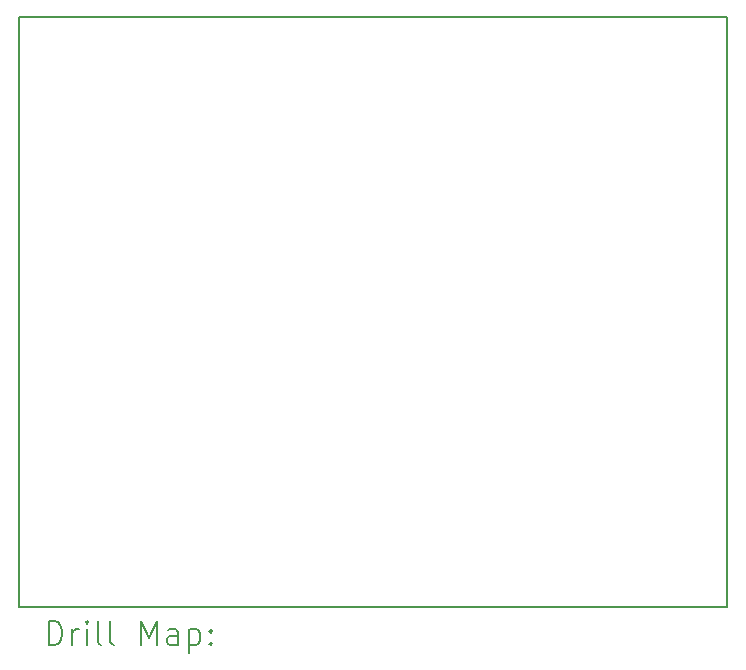
<source format=gbr>
%TF.GenerationSoftware,KiCad,Pcbnew,8.0.6*%
%TF.CreationDate,2025-01-14T12:11:02-05:00*%
%TF.ProjectId,usb_lin,7573625f-6c69-46e2-9e6b-696361645f70,rev?*%
%TF.SameCoordinates,Original*%
%TF.FileFunction,Drillmap*%
%TF.FilePolarity,Positive*%
%FSLAX45Y45*%
G04 Gerber Fmt 4.5, Leading zero omitted, Abs format (unit mm)*
G04 Created by KiCad (PCBNEW 8.0.6) date 2025-01-14 12:11:02*
%MOMM*%
%LPD*%
G01*
G04 APERTURE LIST*
%ADD10C,0.150000*%
%ADD11C,0.200000*%
G04 APERTURE END LIST*
D10*
X19000000Y-8000000D02*
X13000000Y-8000000D01*
X13000000Y-8000000D02*
X13000000Y-13000000D01*
X13000000Y-13000000D02*
X19000000Y-13000000D01*
X19000000Y-13000000D02*
X19000000Y-8000000D01*
D11*
X13253277Y-13318984D02*
X13253277Y-13118984D01*
X13253277Y-13118984D02*
X13300896Y-13118984D01*
X13300896Y-13118984D02*
X13329467Y-13128508D01*
X13329467Y-13128508D02*
X13348515Y-13147555D01*
X13348515Y-13147555D02*
X13358039Y-13166603D01*
X13358039Y-13166603D02*
X13367562Y-13204698D01*
X13367562Y-13204698D02*
X13367562Y-13233269D01*
X13367562Y-13233269D02*
X13358039Y-13271365D01*
X13358039Y-13271365D02*
X13348515Y-13290412D01*
X13348515Y-13290412D02*
X13329467Y-13309460D01*
X13329467Y-13309460D02*
X13300896Y-13318984D01*
X13300896Y-13318984D02*
X13253277Y-13318984D01*
X13453277Y-13318984D02*
X13453277Y-13185650D01*
X13453277Y-13223746D02*
X13462801Y-13204698D01*
X13462801Y-13204698D02*
X13472324Y-13195174D01*
X13472324Y-13195174D02*
X13491372Y-13185650D01*
X13491372Y-13185650D02*
X13510420Y-13185650D01*
X13577086Y-13318984D02*
X13577086Y-13185650D01*
X13577086Y-13118984D02*
X13567562Y-13128508D01*
X13567562Y-13128508D02*
X13577086Y-13138031D01*
X13577086Y-13138031D02*
X13586610Y-13128508D01*
X13586610Y-13128508D02*
X13577086Y-13118984D01*
X13577086Y-13118984D02*
X13577086Y-13138031D01*
X13700896Y-13318984D02*
X13681848Y-13309460D01*
X13681848Y-13309460D02*
X13672324Y-13290412D01*
X13672324Y-13290412D02*
X13672324Y-13118984D01*
X13805658Y-13318984D02*
X13786610Y-13309460D01*
X13786610Y-13309460D02*
X13777086Y-13290412D01*
X13777086Y-13290412D02*
X13777086Y-13118984D01*
X14034229Y-13318984D02*
X14034229Y-13118984D01*
X14034229Y-13118984D02*
X14100896Y-13261841D01*
X14100896Y-13261841D02*
X14167562Y-13118984D01*
X14167562Y-13118984D02*
X14167562Y-13318984D01*
X14348515Y-13318984D02*
X14348515Y-13214222D01*
X14348515Y-13214222D02*
X14338991Y-13195174D01*
X14338991Y-13195174D02*
X14319943Y-13185650D01*
X14319943Y-13185650D02*
X14281848Y-13185650D01*
X14281848Y-13185650D02*
X14262801Y-13195174D01*
X14348515Y-13309460D02*
X14329467Y-13318984D01*
X14329467Y-13318984D02*
X14281848Y-13318984D01*
X14281848Y-13318984D02*
X14262801Y-13309460D01*
X14262801Y-13309460D02*
X14253277Y-13290412D01*
X14253277Y-13290412D02*
X14253277Y-13271365D01*
X14253277Y-13271365D02*
X14262801Y-13252317D01*
X14262801Y-13252317D02*
X14281848Y-13242793D01*
X14281848Y-13242793D02*
X14329467Y-13242793D01*
X14329467Y-13242793D02*
X14348515Y-13233269D01*
X14443753Y-13185650D02*
X14443753Y-13385650D01*
X14443753Y-13195174D02*
X14462801Y-13185650D01*
X14462801Y-13185650D02*
X14500896Y-13185650D01*
X14500896Y-13185650D02*
X14519943Y-13195174D01*
X14519943Y-13195174D02*
X14529467Y-13204698D01*
X14529467Y-13204698D02*
X14538991Y-13223746D01*
X14538991Y-13223746D02*
X14538991Y-13280888D01*
X14538991Y-13280888D02*
X14529467Y-13299936D01*
X14529467Y-13299936D02*
X14519943Y-13309460D01*
X14519943Y-13309460D02*
X14500896Y-13318984D01*
X14500896Y-13318984D02*
X14462801Y-13318984D01*
X14462801Y-13318984D02*
X14443753Y-13309460D01*
X14624705Y-13299936D02*
X14634229Y-13309460D01*
X14634229Y-13309460D02*
X14624705Y-13318984D01*
X14624705Y-13318984D02*
X14615182Y-13309460D01*
X14615182Y-13309460D02*
X14624705Y-13299936D01*
X14624705Y-13299936D02*
X14624705Y-13318984D01*
X14624705Y-13195174D02*
X14634229Y-13204698D01*
X14634229Y-13204698D02*
X14624705Y-13214222D01*
X14624705Y-13214222D02*
X14615182Y-13204698D01*
X14615182Y-13204698D02*
X14624705Y-13195174D01*
X14624705Y-13195174D02*
X14624705Y-13214222D01*
M02*

</source>
